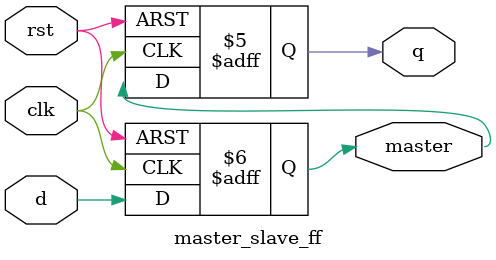
<source format=v>
module master_slave_ff(clk,rst,d,master,q);
input clk,d,rst;
output reg q;
output reg master;

always@(posedge clk,negedge rst) begin
  if(!rst) 
     master<=0;
  else
     master<=d;
end
always@(negedge clk,negedge rst)begin
 if(!rst)
    q<=0;
else
    q<=master;
end
endmodule
</source>
